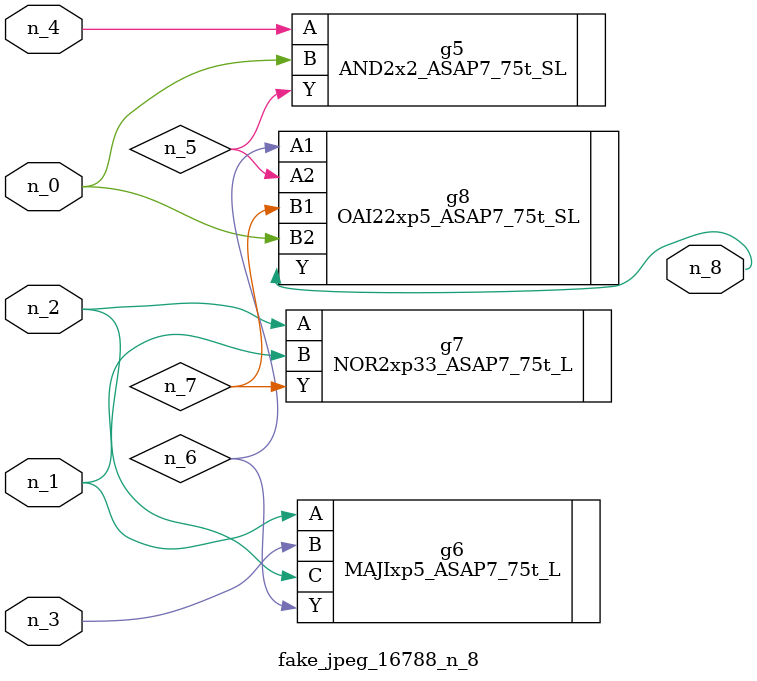
<source format=v>
module fake_jpeg_16788_n_8 (n_3, n_2, n_1, n_0, n_4, n_8);

input n_3;
input n_2;
input n_1;
input n_0;
input n_4;

output n_8;

wire n_6;
wire n_5;
wire n_7;

AND2x2_ASAP7_75t_SL g5 ( 
.A(n_4),
.B(n_0),
.Y(n_5)
);

MAJIxp5_ASAP7_75t_L g6 ( 
.A(n_1),
.B(n_3),
.C(n_2),
.Y(n_6)
);

NOR2xp33_ASAP7_75t_L g7 ( 
.A(n_2),
.B(n_1),
.Y(n_7)
);

OAI22xp5_ASAP7_75t_SL g8 ( 
.A1(n_6),
.A2(n_5),
.B1(n_7),
.B2(n_0),
.Y(n_8)
);


endmodule
</source>
